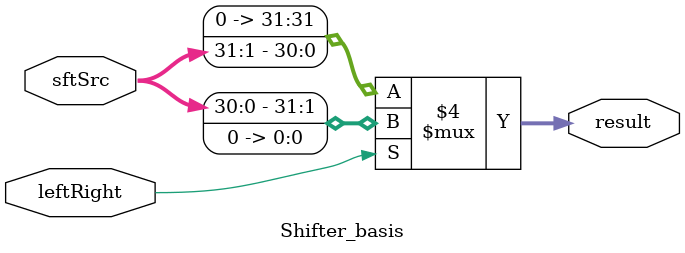
<source format=v>
module Shifter_basis( result, leftRight, sftSrc  );
    
  output wire[31:0] result;

  input wire leftRight;
  input wire[31:0] sftSrc ;
	


assign result = ((leftRight == 1'b0) ) ? sftSrc>>1 : sftSrc<<1;	
	

  
  /*your code here*/ 
	
endmodule
</source>
